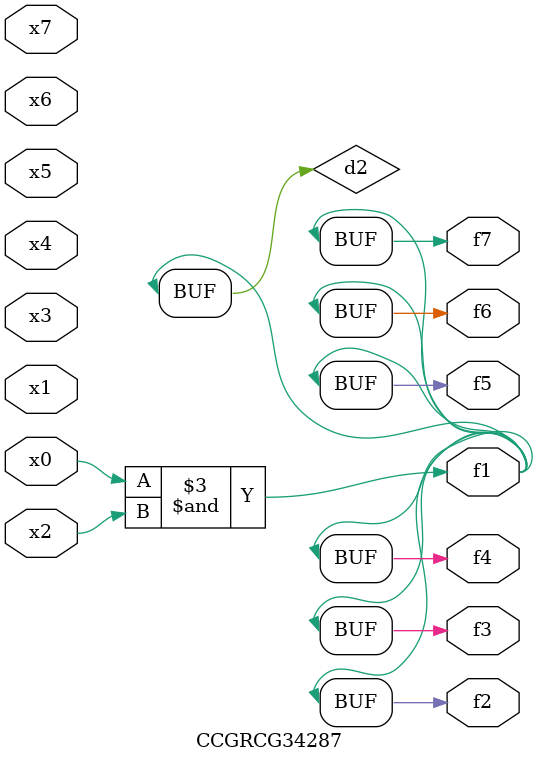
<source format=v>
module CCGRCG34287(
	input x0, x1, x2, x3, x4, x5, x6, x7,
	output f1, f2, f3, f4, f5, f6, f7
);

	wire d1, d2;

	nor (d1, x3, x6);
	and (d2, x0, x2);
	assign f1 = d2;
	assign f2 = d2;
	assign f3 = d2;
	assign f4 = d2;
	assign f5 = d2;
	assign f6 = d2;
	assign f7 = d2;
endmodule

</source>
